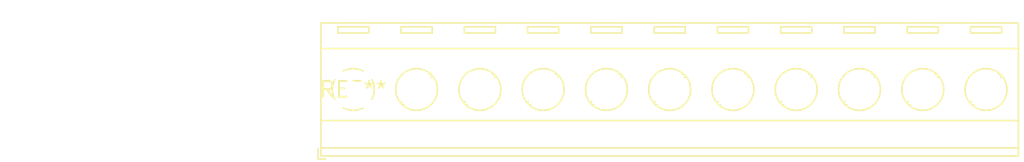
<source format=kicad_pcb>
(kicad_pcb (version 20240108) (generator pcbnew)
  (layers (0 "F.Cu" signal) (31 "B.Cu" signal) (34 "B.Paste" user) (35 "F.Paste" user) (36 "B.SilkS" user "B.Silkscreen") (37 "F.SilkS" user "F.Silkscreen") (38 "B.Mask" user) (39 "F.Mask" user) (44 "Edge.Cuts" user))
  (net 0 "")
  (footprint "TerminalBlock_RND_205-00296_1x11_P5.08mm_Horizontal" (layer "F.Cu") (at 0 0)
    (property "Reference" "REF**")
    (property "Value" "TerminalBlock_RND_205-00296_1x11_P5.08mm_Horizontal")
    (fp_line (start -2.84 4.76) (end -2.84 5.6) (layer "F.SilkS") (stroke (width 0.12)))
    (fp_line (start -2.84 5.6) (end -2.24 5.6) (layer "F.SilkS") (stroke (width 0.12)))
    (fp_line (start -2.6 -5.36) (end -2.6 5.36) (layer "F.SilkS") (stroke (width 0.12)))
    (fp_line (start -2.6 -5.36) (end 53.4 -5.36) (layer "F.SilkS") (stroke (width 0.12)))
    (fp_line (start -2.6 -3.3) (end 53.4 -3.3) (layer "F.SilkS") (stroke (width 0.12)))
    (fp_line (start -2.6 2.5) (end 53.4 2.5) (layer "F.SilkS") (stroke (width 0.12)))
    (fp_line (start -2.6 4.7) (end 53.4 4.7) (layer "F.SilkS") (stroke (width 0.12)))
    (fp_line (start -2.6 5.36) (end 53.4 5.36) (layer "F.SilkS") (stroke (width 0.12)))
    (fp_line (start -1.25 -5.05) (end -1.25 -4.55) (layer "F.SilkS") (stroke (width 0.12)))
    (fp_line (start -1.25 -5.05) (end 1.25 -5.05) (layer "F.SilkS") (stroke (width 0.12)))
    (fp_line (start -1.25 -4.55) (end 1.25 -4.55) (layer "F.SilkS") (stroke (width 0.12)))
    (fp_line (start 1.25 -5.05) (end 1.25 -4.55) (layer "F.SilkS") (stroke (width 0.12)))
    (fp_line (start 3.83 -5.05) (end 3.83 -4.55) (layer "F.SilkS") (stroke (width 0.12)))
    (fp_line (start 3.83 -5.05) (end 6.33 -5.05) (layer "F.SilkS") (stroke (width 0.12)))
    (fp_line (start 3.83 -4.55) (end 6.33 -4.55) (layer "F.SilkS") (stroke (width 0.12)))
    (fp_line (start 3.9 0.976) (end 3.806 1.069) (layer "F.SilkS") (stroke (width 0.12)))
    (fp_line (start 4.07 1.216) (end 4.011 1.274) (layer "F.SilkS") (stroke (width 0.12)))
    (fp_line (start 6.15 -1.275) (end 6.091 -1.216) (layer "F.SilkS") (stroke (width 0.12)))
    (fp_line (start 6.33 -5.05) (end 6.33 -4.55) (layer "F.SilkS") (stroke (width 0.12)))
    (fp_line (start 6.355 -1.069) (end 6.261 -0.976) (layer "F.SilkS") (stroke (width 0.12)))
    (fp_line (start 8.91 -5.05) (end 8.91 -4.55) (layer "F.SilkS") (stroke (width 0.12)))
    (fp_line (start 8.91 -5.05) (end 11.41 -5.05) (layer "F.SilkS") (stroke (width 0.12)))
    (fp_line (start 8.91 -4.55) (end 11.41 -4.55) (layer "F.SilkS") (stroke (width 0.12)))
    (fp_line (start 8.98 0.976) (end 8.886 1.069) (layer "F.SilkS") (stroke (width 0.12)))
    (fp_line (start 9.15 1.216) (end 9.091 1.274) (layer "F.SilkS") (stroke (width 0.12)))
    (fp_line (start 11.23 -1.275) (end 11.171 -1.216) (layer "F.SilkS") (stroke (width 0.12)))
    (fp_line (start 11.41 -5.05) (end 11.41 -4.55) (layer "F.SilkS") (stroke (width 0.12)))
    (fp_line (start 11.435 -1.069) (end 11.341 -0.976) (layer "F.SilkS") (stroke (width 0.12)))
    (fp_line (start 13.99 -5.05) (end 13.99 -4.55) (layer "F.SilkS") (stroke (width 0.12)))
    (fp_line (start 13.99 -5.05) (end 16.49 -5.05) (layer "F.SilkS") (stroke (width 0.12)))
    (fp_line (start 13.99 -4.55) (end 16.49 -4.55) (layer "F.SilkS") (stroke (width 0.12)))
    (fp_line (start 14.06 0.976) (end 13.966 1.069) (layer "F.SilkS") (stroke (width 0.12)))
    (fp_line (start 14.23 1.216) (end 14.171 1.274) (layer "F.SilkS") (stroke (width 0.12)))
    (fp_line (start 16.31 -1.275) (end 16.251 -1.216) (layer "F.SilkS") (stroke (width 0.12)))
    (fp_line (start 16.49 -5.05) (end 16.49 -4.55) (layer "F.SilkS") (stroke (width 0.12)))
    (fp_line (start 16.515 -1.069) (end 16.421 -0.976) (layer "F.SilkS") (stroke (width 0.12)))
    (fp_line (start 19.07 -5.05) (end 19.07 -4.55) (layer "F.SilkS") (stroke (width 0.12)))
    (fp_line (start 19.07 -5.05) (end 21.57 -5.05) (layer "F.SilkS") (stroke (width 0.12)))
    (fp_line (start 19.07 -4.55) (end 21.57 -4.55) (layer "F.SilkS") (stroke (width 0.12)))
    (fp_line (start 19.14 0.976) (end 19.046 1.069) (layer "F.SilkS") (stroke (width 0.12)))
    (fp_line (start 19.31 1.216) (end 19.251 1.274) (layer "F.SilkS") (stroke (width 0.12)))
    (fp_line (start 21.39 -1.275) (end 21.331 -1.216) (layer "F.SilkS") (stroke (width 0.12)))
    (fp_line (start 21.57 -5.05) (end 21.57 -4.55) (layer "F.SilkS") (stroke (width 0.12)))
    (fp_line (start 21.595 -1.069) (end 21.501 -0.976) (layer "F.SilkS") (stroke (width 0.12)))
    (fp_line (start 24.15 -5.05) (end 24.15 -4.55) (layer "F.SilkS") (stroke (width 0.12)))
    (fp_line (start 24.15 -5.05) (end 26.65 -5.05) (layer "F.SilkS") (stroke (width 0.12)))
    (fp_line (start 24.15 -4.55) (end 26.65 -4.55) (layer "F.SilkS") (stroke (width 0.12)))
    (fp_line (start 24.22 0.976) (end 24.126 1.069) (layer "F.SilkS") (stroke (width 0.12)))
    (fp_line (start 24.39 1.216) (end 24.331 1.274) (layer "F.SilkS") (stroke (width 0.12)))
    (fp_line (start 26.47 -1.275) (end 26.411 -1.216) (layer "F.SilkS") (stroke (width 0.12)))
    (fp_line (start 26.65 -5.05) (end 26.65 -4.55) (layer "F.SilkS") (stroke (width 0.12)))
    (fp_line (start 26.675 -1.069) (end 26.581 -0.976) (layer "F.SilkS") (stroke (width 0.12)))
    (fp_line (start 29.23 -5.05) (end 29.23 -4.55) (layer "F.SilkS") (stroke (width 0.12)))
    (fp_line (start 29.23 -5.05) (end 31.73 -5.05) (layer "F.SilkS") (stroke (width 0.12)))
    (fp_line (start 29.23 -4.55) (end 31.73 -4.55) (layer "F.SilkS") (stroke (width 0.12)))
    (fp_line (start 29.3 0.976) (end 29.206 1.069) (layer "F.SilkS") (stroke (width 0.12)))
    (fp_line (start 29.47 1.216) (end 29.411 1.274) (layer "F.SilkS") (stroke (width 0.12)))
    (fp_line (start 31.55 -1.275) (end 31.491 -1.216) (layer "F.SilkS") (stroke (width 0.12)))
    (fp_line (start 31.73 -5.05) (end 31.73 -4.55) (layer "F.SilkS") (stroke (width 0.12)))
    (fp_line (start 31.755 -1.069) (end 31.661 -0.976) (layer "F.SilkS") (stroke (width 0.12)))
    (fp_line (start 34.31 -5.05) (end 34.31 -4.55) (layer "F.SilkS") (stroke (width 0.12)))
    (fp_line (start 34.31 -5.05) (end 36.81 -5.05) (layer "F.SilkS") (stroke (width 0.12)))
    (fp_line (start 34.31 -4.55) (end 36.81 -4.55) (layer "F.SilkS") (stroke (width 0.12)))
    (fp_line (start 34.38 0.976) (end 34.286 1.069) (layer "F.SilkS") (stroke (width 0.12)))
    (fp_line (start 34.55 1.216) (end 34.491 1.274) (layer "F.SilkS") (stroke (width 0.12)))
    (fp_line (start 36.63 -1.275) (end 36.571 -1.216) (layer "F.SilkS") (stroke (width 0.12)))
    (fp_line (start 36.81 -5.05) (end 36.81 -4.55) (layer "F.SilkS") (stroke (width 0.12)))
    (fp_line (start 36.835 -1.069) (end 36.741 -0.976) (layer "F.SilkS") (stroke (width 0.12)))
    (fp_line (start 39.39 -5.05) (end 39.39 -4.55) (layer "F.SilkS") (stroke (width 0.12)))
    (fp_line (start 39.39 -5.05) (end 41.89 -5.05) (layer "F.SilkS") (stroke (width 0.12)))
    (fp_line (start 39.39 -4.55) (end 41.89 -4.55) (layer "F.SilkS") (stroke (width 0.12)))
    (fp_line (start 39.46 0.976) (end 39.366 1.069) (layer "F.SilkS") (stroke (width 0.12)))
    (fp_line (start 39.63 1.216) (end 39.571 1.274) (layer "F.SilkS") (stroke (width 0.12)))
    (fp_line (start 41.71 -1.275) (end 41.651 -1.216) (layer "F.SilkS") (stroke (width 0.12)))
    (fp_line (start 41.89 -5.05) (end 41.89 -4.55) (layer "F.SilkS") (stroke (width 0.12)))
    (fp_line (start 41.915 -1.069) (end 41.821 -0.976) (layer "F.SilkS") (stroke (width 0.12)))
    (fp_line (start 44.47 -5.05) (end 44.47 -4.55) (layer "F.SilkS") (stroke (width 0.12)))
    (fp_line (start 44.47 -5.05) (end 46.97 -5.05) (layer "F.SilkS") (stroke (width 0.12)))
    (fp_line (start 44.47 -4.55) (end 46.97 -4.55) (layer "F.SilkS") (stroke (width 0.12)))
    (fp_line (start 44.54 0.976) (end 44.446 1.069) (layer "F.SilkS") (stroke (width 0.12)))
    (fp_line (start 44.71 1.216) (end 44.651 1.274) (layer "F.SilkS") (stroke (width 0.12)))
    (fp_line (start 46.79 -1.275) (end 46.731 -1.216) (layer "F.SilkS") (stroke (width 0.12)))
    (fp_line (start 46.97 -5.05) (end 46.97 -4.55) (layer "F.SilkS") (stroke (width 0.12)))
    (fp_line (start 46.995 -1.069) (end 46.901 -0.976) (layer "F.SilkS") (stroke (width 0.12)))
    (fp_line (start 49.55 -5.05) (end 49.55 -4.55) (layer "F.SilkS") (stroke (width 0.12)))
    (fp_line (start 49.55 -5.05) (end 52.05 -5.05) (layer "F.SilkS") (stroke (width 0.12)))
    (fp_line (start 49.55 -4.55) (end 52.05 -4.55) (layer "F.SilkS") (stroke (width 0.12)))
    (fp_line (start 49.62 0.976) (end 49.526 1.069) (layer "F.SilkS") (stroke (width 0.12)))
    (fp_line (start 49.79 1.216) (end 49.731 1.274) (layer "F.SilkS") (stroke (width 0.12)))
    (fp_line (start 51.87 -1.275) (end 51.811 -1.216) (layer "F.SilkS") (stroke (width 0.12)))
    (fp_line (start 52.05 -5.05) (end 52.05 -4.55) (layer "F.SilkS") (stroke (width 0.12)))
    (fp_line (start 52.075 -1.069) (end 51.981 -0.976) (layer "F.SilkS") (stroke (width 0.12)))
    (fp_line (start 53.4 -5.36) (end 53.4 5.36) (layer "F.SilkS") (stroke (width 0.12)))
    (fp_arc (start -1.483953 0.789089) (mid -1.680708 5e-05) (end -1.484 -0.789) (layer "F.SilkS") (stroke (width 0.12)))
    (fp_arc (start -0.789089 -1.483953) (mid -5e-05 -1.680708) (end 0.789 -1.484) (layer "F.SilkS") (stroke (width 0.12)))
    (fp_arc (start 0.029383 1.68045) (mid -0.392304 1.634281) (end -0.789 1.484) (layer "F.SilkS") (stroke (width 0.12)))
    (fp_arc (start 0.788712 1.483352) (mid 0.406429 1.630097) (end 0 1.68) (layer "F.SilkS") (stroke (width 0.12)))
    (fp_arc (start 1.483953 -0.789089) (mid 1.680708 -5e-05) (end 1.484 0.789) (layer "F.SilkS") (stroke (width 0.12)))
    (fp_circle (center 5.08 0) (end 6.76 0) (layer "F.SilkS") (stroke (width 0.12)) (fill none))
    (fp_circle (center 10.16 0) (end 11.84 0) (layer "F.SilkS") (stroke (width 0.12)) (fill none))
    (fp_circle (center 15.24 0) (end 16.92 0) (layer "F.SilkS") (stroke (width 0.12)) (fill none))
    (fp_circle (center 20.32 0) (end 22 0) (layer "F.SilkS") (stroke (width 0.12)) (fill none))
    (fp_circle (center 25.4 0) (end 27.08 0) (layer "F.SilkS") (stroke (width 0.12)) (fill none))
    (fp_circle (center 30.48 0) (end 32.16 0) (layer "F.SilkS") (stroke (width 0.12)) (fill none))
    (fp_circle (center 35.56 0) (end 37.24 0) (layer "F.SilkS") (stroke (width 0.12)) (fill none))
    (fp_circle (center 40.64 0) (end 42.32 0) (layer "F.SilkS") (stroke (width 0.12)) (fill none))
    (fp_circle (center 45.72 0) (end 47.4 0) (layer "F.SilkS") (stroke (width 0.12)) (fill none))
    (fp_circle (center 50.8 0) (end 52.48 0) (layer "F.SilkS") (stroke (width 0.12)) (fill none))
    (pad "1" thru_hole rect (at 0 0) (size 2.5 2.5) (drill 1.3) (layers *.Cu *.Mask) (remove_unused_layers))
    (pad "2" thru_hole circle (at 5.08 0) (size 2.5 2.5) (drill 1.3) (layers *.Cu *.Mask) (remove_unused_layers))
    (pad "3" thru_hole circle (at 10.16 0) (size 2.5 2.5) (drill 1.3) (layers *.Cu *.Mask) (remove_unused_layers))
    (pad "4" thru_hole circle (at 15.24 0) (size 2.5 2.5) (drill 1.3) (layers *.Cu *.Mask) (remove_unused_layers))
    (pad "5" thru_hole circle (at 20.32 0) (size 2.5 2.5) (drill 1.3) (layers *.Cu *.Mask) (remove_unused_layers))
    (pad "6" thru_hole circle (at 25.4 0) (size 2.5 2.5) (drill 1.3) (layers *.Cu *.Mask) (remove_unused_layers))
    (pad "7" thru_hole circle (at 30.48 0) (size 2.5 2.5) (drill 1.3) (layers *.Cu *.Mask) (remove_unused_layers))
    (pad "8" thru_hole circle (at 35.56 0) (size 2.5 2.5) (drill 1.3) (layers *.Cu *.Mask) (remove_unused_layers))
    (pad "9" thru_hole circle (at 40.64 0) (size 2.5 2.5) (drill 1.3) (layers *.Cu *.Mask) (remove_unused_layers))
    (pad "10" thru_hole circle (at 45.72 0) (size 2.5 2.5) (drill 1.3) (layers *.Cu *.Mask) (remove_unused_layers))
    (pad "11" thru_hole circle (at 50.8 0) (size 2.5 2.5) (drill 1.3) (layers *.Cu *.Mask) (remove_unused_layers))
  )
)
</source>
